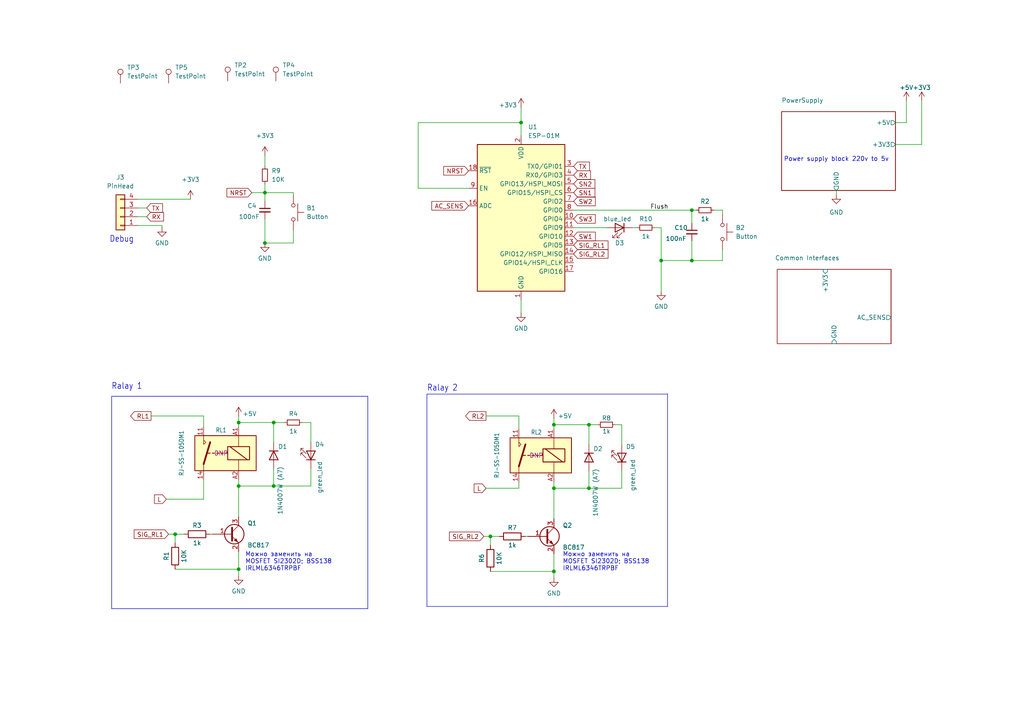
<source format=kicad_sch>
(kicad_sch (version 20231120) (generator "eeschema") (generator_version "8.0")
  (paper "A4")
  (title_block (title "Smart home relay board.") (date "2023-10-01") (rev "12") (company "Home"))
  (lib_symbols
    (symbol "Connector:TestPoint" (pin_numbers hide) (pin_names (offset 0.762) hide)
      (property "Reference" "TP" (at 0 6.858 0))
      (property "Value" "TestPoint" (at 0 5.08 0))
      (symbol "TestPoint_0_1"
        (circle (center 0 3.302) (radius 0.762))
      )
      (symbol "TestPoint_1_1"
        (pin passive line (at 0 0 90) (length 2.54) (name "1") (number "1"))
      )
    )
    (symbol "Connector_Generic:Conn_01x04" (pin_names (offset 1.016) hide)
      (property "Reference" "J" (at 0 5.08 0))
      (property "Value" "Conn_01x04" (at 0 -7.62 0))
      (symbol "Conn_01x04_1_1"
        (rectangle (start -1.27 -4.953) (end 0 -5.207) (stroke (width 0.1524)))
        (rectangle (start -1.27 -2.413) (end 0 -2.667) (stroke (width 0.1524)))
        (rectangle (start -1.27 0.127) (end 0 -0.127) (stroke (width 0.1524)))
        (rectangle (start -1.27 2.667) (end 0 2.413) (stroke (width 0.1524)))
        (rectangle (start -1.27 3.81) (end 1.27 -6.35) (stroke (width 0.254)) (fill (type background)))
        (pin passive line (at -5.08 2.54 0) (length 3.81) (name "Pin_1") (number "1"))
        (pin passive line (at -5.08 0 0) (length 3.81) (name "Pin_2") (number "2"))
        (pin passive line (at -5.08 -2.54 0) (length 3.81) (name "Pin_3") (number "3"))
        (pin passive line (at -5.08 -5.08 0) (length 3.81) (name "Pin_4") (number "4"))
      )
    )
    (symbol "Device:C_Small" (pin_numbers hide) (pin_names (offset 0.254) hide)
      (property "Reference" "C" (at 0.254 1.778 0))
      (property "Value" "C_Small" (at 0.254 -2.032 0))
      (symbol "C_Small_0_1"
        (polyline (pts (xy -1.524 -0.508) (xy 1.524 -0.508)) (stroke (width 0.3302)))
        (polyline (pts (xy -1.524 0.508) (xy 1.524 0.508)) (stroke (width 0.3048)))
      )
      (symbol "C_Small_1_1"
        (pin passive line (at 0 2.54 270) (length 2.032) (name "~") (number "1"))
        (pin passive line (at 0 -2.54 90) (length 2.032) (name "~") (number "2"))
      )
    )
    (symbol "Device:D" (pin_numbers hide) (pin_names (offset 1.016) hide)
      (property "Reference" "D" (at 0 2.54 0))
      (property "Value" "D" (at 0 -2.54 0))
      (symbol "D_0_1"
        (polyline (pts (xy -1.27 1.27) (xy -1.27 -1.27)) (stroke (width 0.254)))
        (polyline (pts (xy 1.27 0) (xy -1.27 0)))
        (polyline (pts (xy 1.27 1.27) (xy 1.27 -1.27) (xy -1.27 0) (xy 1.27 1.27)) (stroke (width 0.254)))
      )
      (symbol "D_1_1"
        (pin passive line (at -3.81 0 0) (length 2.54) (name "K") (number "1"))
        (pin passive line (at 3.81 0 180) (length 2.54) (name "A") (number "2"))
      )
    )
    (symbol "Device:R" (pin_numbers hide) (pin_names (offset 0))
      (property "Reference" "R" (at 2.032 0 90))
      (property "Value" "R" (at 0 0 90))
      (symbol "R_0_1"
        (rectangle (start -1.016 -2.54) (end 1.016 2.54) (stroke (width 0.254)))
      )
      (symbol "R_1_1"
        (pin passive line (at 0 3.81 270) (length 1.27) (name "~") (number "1"))
        (pin passive line (at 0 -3.81 90) (length 1.27) (name "~") (number "2"))
      )
    )
    (symbol "Device:R_Small" (pin_numbers hide) (pin_names (offset 0.254) hide)
      (property "Reference" "R" (at 0.762 0.508 0))
      (property "Value" "R_Small" (at 0.762 -1.016 0))
      (symbol "R_Small_0_1"
        (rectangle (start -0.762 1.778) (end 0.762 -1.778) (stroke (width 0.2032)))
      )
      (symbol "R_Small_1_1"
        (pin passive line (at 0 2.54 270) (length 0.762) (name "~") (number "1"))
        (pin passive line (at 0 -2.54 90) (length 0.762) (name "~") (number "2"))
      )
    )
    (symbol "Device_Local:LED" (pin_numbers hide) (pin_names (offset 1.016) hide)
      (property "Reference" "D" (at -0.635 4.445 0))
      (property "Value" "LED" (at 0 -2.54 0))
      (symbol "LED_0_1"
        (polyline (pts (xy -1.27 -1.27) (xy -1.27 1.27)) (stroke (width 0.254)))
        (polyline (pts (xy -1.27 0) (xy 1.27 0)))
        (polyline (pts (xy 1.27 -1.27) (xy 1.27 1.27) (xy -1.27 0) (xy 1.27 -1.27)) (stroke (width 0.254)))
        (polyline (pts (xy -0.762 1.397) (xy 0.762 2.921) (xy 0 2.921) (xy 0.762 2.921) (xy 0.762 2.159)))
        (polyline (pts (xy 0.508 1.397) (xy 2.032 2.921) (xy 1.27 2.921) (xy 2.032 2.921) (xy 2.032 2.159)))
      )
      (symbol "LED_1_1"
        (pin passive line (at -3.81 0 0) (length 2.54) (name "K") (number "1"))
        (pin passive line (at 3.81 0 180) (length 2.54) (name "A") (number "2"))
      )
    )
    (symbol "LED_1" (pin_numbers hide) (pin_names (offset 1.016) hide)
      (property "Reference" "D3" (at 0 4.445 0))
      (property "Value" "blue_led" (at 0.635 -2.54 0))
      (symbol "LED_1_0_1"
        (polyline (pts (xy -1.27 -1.27) (xy -1.27 1.27)) (stroke (width 0.254)))
        (polyline (pts (xy -1.27 0) (xy 1.27 0)))
        (polyline (pts (xy 1.27 -1.27) (xy 1.27 1.27) (xy -1.27 0) (xy 1.27 -1.27)) (stroke (width 0.254)))
        (polyline (pts (xy -0.762 1.397) (xy 0.762 2.921) (xy 0 2.921) (xy 0.762 2.921) (xy 0.762 2.159)))
        (polyline (pts (xy 0.508 1.397) (xy 2.032 2.921) (xy 1.27 2.921) (xy 2.032 2.921) (xy 2.032 2.159)))
      )
      (symbol "LED_1_1_1"
        (pin passive line (at -3.81 0 0) (length 2.54) (name "K") (number "1"))
        (pin passive line (at 3.81 0 180) (length 2.54) (name "A") (number "2"))
      )
    )
    (symbol "Relay_Local:RJ-SS-105DM1"
      (property "Reference" "K" (at 8.89 3.81 0))
      (property "Value" "RJ-SS-105DM1" (at 8.89 1.27 0))
      (symbol "RJ-SS-105DM1_0_0"
        (polyline (pts (xy 5.08 5.08) (xy 5.08 2.54) (xy 4.445 3.175) (xy 5.08 3.81)))
      )
      (symbol "RJ-SS-105DM1_0_1"
        (rectangle (start -10.16 5.08) (end 7.62 -5.08) (stroke (width 0.254)) (fill (type background)))
        (rectangle (start -8.255 1.905) (end -1.905 -1.905) (stroke (width 0.254)))
        (polyline (pts (xy -7.62 -1.905) (xy -2.54 1.905)) (stroke (width 0.254)))
        (polyline (pts (xy -5.08 -5.08) (xy -5.08 -1.905)))
        (polyline (pts (xy -5.08 5.08) (xy -5.08 1.905)))
        (polyline (pts (xy -1.905 0) (xy -1.27 0)) (stroke (width 0.254)))
        (polyline (pts (xy -0.635 0) (xy 0 0)) (stroke (width 0.254)))
        (polyline (pts (xy 0.635 0) (xy 1.27 0)) (stroke (width 0.254)))
        (polyline (pts (xy 1.905 0) (xy 2.54 0)) (stroke (width 0.254)))
        (polyline (pts (xy 3.175 0) (xy 3.81 0)) (stroke (width 0.254)))
        (polyline (pts (xy 5.08 -3.175) (xy 3.175 3.175)) (stroke (width 0.508)))
        (polyline (pts (xy 5.08 -3.175) (xy 5.08 -5.08)))
      )
      (symbol "RJ-SS-105DM1_1_1"
        (pin passive line (at 5.08 7.62 270) (length 2.54) (name "~") (number "11"))
        (pin passive line (at 5.08 -7.62 90) (length 2.54) (name "~") (number "14"))
        (pin passive line (at -5.08 7.62 270) (length 2.54) (name "~") (number "A1"))
        (pin passive line (at -5.08 -7.62 90) (length 2.54) (name "~") (number "A2"))
      )
    )
    (symbol "Switch:SW_Push" (pin_numbers hide) (pin_names (offset 1.016) hide)
      (property "Reference" "SW" (at 1.27 2.54 0))
      (property "Value" "SW_Push" (at 0 -1.524 0))
      (symbol "SW_Push_0_1"
        (circle (center -2.032 0) (radius 0.508))
        (polyline (pts (xy 0 1.27) (xy 0 3.048)))
        (polyline (pts (xy 2.54 1.27) (xy -2.54 1.27)))
        (circle (center 2.032 0) (radius 0.508))
        (pin passive line (at -5.08 0 0) (length 2.54) (name "1") (number "1"))
        (pin passive line (at 5.08 0 180) (length 2.54) (name "2") (number "2"))
      )
    )
    (symbol "Transistor_BJT:BC817" (pin_names (offset 0) hide)
      (property "Reference" "Q" (at 5.08 1.905 0))
      (property "Value" "BC817" (at 5.08 0 0))
      (symbol "BC817_0_1"
        (polyline (pts (xy 0.635 0.635) (xy 2.54 2.54)))
        (polyline (pts (xy 0.635 -0.635) (xy 2.54 -2.54) (xy 2.54 -2.54)))
        (polyline (pts (xy 0.635 1.905) (xy 0.635 -1.905) (xy 0.635 -1.905)) (stroke (width 0.508)))
        (polyline (pts (xy 1.27 -1.778) (xy 1.778 -1.27) (xy 2.286 -2.286) (xy 1.27 -1.778) (xy 1.27 -1.778)) (fill (type outline)))
        (circle (center 1.27 0) (radius 2.8194) (stroke (width 0.254)))
      )
      (symbol "BC817_1_1"
        (pin input line (at -5.08 0 0) (length 5.715) (name "B") (number "1"))
        (pin passive line (at 2.54 -5.08 90) (length 2.54) (name "E") (number "2"))
        (pin passive line (at 2.54 5.08 270) (length 2.54) (name "C") (number "3"))
      )
    )
    (symbol "WIFI_Module:ESP-01M"
      (property "Reference" "U" (at -12.065 24.765 0))
      (property "Value" "ESP-01M" (at 12.7 24.765 0))
      (symbol "ESP-01M_0_1"
        (rectangle (start -12.7 22.86) (end 12.7 -19.685) (stroke (width 0.254)) (fill (type background)))
      )
      (symbol "ESP-01M_1_1"
        (pin power_in line (at 0 -22.225 90) (length 2.54) (name "GND") (number "1"))
        (pin bidirectional line (at 15.24 1.27 180) (length 2.54) (name "GPIO4") (number "10"))
        (pin bidirectional line (at 15.24 -1.27 180) (length 2.54) (name "GPIO9") (number "11"))
        (pin bidirectional line (at 15.24 -3.81 180) (length 2.54) (name "GPIO10") (number "12"))
        (pin bidirectional line (at 15.24 -6.35 180) (length 2.54) (name "GPIO5") (number "13"))
        (pin bidirectional line (at 15.24 -8.89 180) (length 2.54) (name "GPIO12/HSPI_MISO") (number "14"))
        (pin bidirectional line (at 15.24 -11.43 180) (length 2.54) (name "GPIO14/HSPI_CLK") (number "15"))
        (pin input line (at -15.24 5.08 0) (length 2.54) (name "ADC") (number "16"))
        (pin bidirectional line (at 15.24 -13.97 180) (length 2.54) (name "GPIO16") (number "17"))
        (pin input line (at -15.24 15.24 0) (length 2.54) (name "~{RST}") (number "18"))
        (pin power_in line (at 0 25.4 270) (length 2.54) (name "VDD") (number "2"))
        (pin bidirectional line (at 15.24 16.51 180) (length 2.54) (name "TX0/GPI01") (number "3"))
        (pin bidirectional line (at 15.24 13.97 180) (length 2.54) (name "RX0/GPIO3") (number "4"))
        (pin bidirectional line (at 15.24 11.43 180) (length 2.54) (name "GPIO13/HSPI_MOSI") (number "5"))
        (pin bidirectional line (at 15.24 8.89 180) (length 2.54) (name "GPIO15/HSPI_CS") (number "6"))
        (pin bidirectional line (at 15.24 6.35 180) (length 2.54) (name "GPIO2") (number "7"))
        (pin bidirectional line (at 15.24 3.81 180) (length 2.54) (name "GPIO0") (number "8"))
        (pin input line (at -15.24 10.16 0) (length 2.54) (name "EN") (number "9"))
      )
    )
    (symbol "power:+3V3" (power) (pin_names (offset 0))
      (property "Value" "+3V3" (at 0 3.556 0))
      (symbol "+3V3_0_1"
        (polyline (pts (xy -0.762 1.27) (xy 0 2.54)))
        (polyline (pts (xy 0 0) (xy 0 2.54)))
        (polyline (pts (xy 0 2.54) (xy 0.762 1.27)))
      )
      (symbol "+3V3_1_1"
        (pin power_in line (at 0 0 90) (length 0) hide (name "+3V3") (number "1"))
      )
    )
    (symbol "power:+5V" (power) (pin_names (offset 0))
      (property "Value" "+5V" (at 0 3.556 0))
      (symbol "+5V_0_1"
        (polyline (pts (xy -0.762 1.27) (xy 0 2.54)))
        (polyline (pts (xy 0 0) (xy 0 2.54)))
        (polyline (pts (xy 0 2.54) (xy 0.762 1.27)))
      )
      (symbol "+5V_1_1"
        (pin power_in line (at 0 0 90) (length 0) hide (name "+5V") (number "1"))
      )
    )
    (symbol "power:GND" (power) (pin_names (offset 0))
      (property "Value" "GND" (at 0 -3.81 0))
      (symbol "GND_0_1"
        (polyline (pts (xy 0 0) (xy 0 -1.27) (xy 1.27 -1.27) (xy 0 -2.54) (xy -1.27 -1.27) (xy 0 -1.27)))
      )
      (symbol "GND_1_1"
        (pin power_in line (at 0 0 270) (length 0) hide (name "GND") (number "1"))
      )
    )
  )
  (junction (at 79.375 140.97))
  (junction (at 170.815 141.605))
  (junction (at 50.8 154.94))
  (junction (at 200.66 75.565))
  (junction (at 79.375 122.555))
  (junction (at 69.215 122.555))
  (junction (at 151.13 35.56))
  (junction (at 142.24 155.575))
  (junction (at 69.215 165.1))
  (junction (at 69.215 140.97))
  (junction (at 160.655 165.735))
  (junction (at 170.815 123.19))
  (junction (at 76.835 70.485))
  (junction (at 200.66 60.96))
  (junction (at 76.835 55.88))
  (junction (at 160.655 141.605))
  (junction (at 191.77 75.565))
  (junction (at 160.655 123.19))
  (wire (pts (xy 69.215 122.555) (xy 79.375 122.555)))
  (wire (pts (xy 160.655 123.19) (xy 160.655 124.46)))
  (wire (pts (xy 79.375 140.97) (xy 79.375 135.89)))
  (wire (pts (xy 160.655 139.7) (xy 160.655 141.605)))
  (polyline (pts (xy 106.68 114.935) (xy 106.68 176.53)))
  (wire (pts (xy 59.055 120.65) (xy 59.055 123.825)))
  (wire (pts (xy 140.335 155.575) (xy 142.24 155.575)))
  (wire (pts (xy 121.285 35.56) (xy 121.285 54.61)))
  (wire (pts (xy 90.17 122.555) (xy 90.17 128.27)))
  (wire (pts (xy 85.09 66.675) (xy 85.09 70.485)))
  (wire (pts (xy 85.09 55.88) (xy 85.09 56.515)))
  (wire (pts (xy 140.97 141.605) (xy 150.495 141.605)))
  (wire (pts (xy 76.835 53.34) (xy 76.835 55.88)))
  (wire (pts (xy 180.34 136.525) (xy 180.34 141.605)))
  (wire (pts (xy 170.815 141.605) (xy 170.815 136.525)))
  (wire (pts (xy 79.375 140.97) (xy 90.17 140.97)))
  (wire (pts (xy 191.77 66.04) (xy 191.77 75.565)))
  (wire (pts (xy 160.655 121.285) (xy 160.655 123.19)))
  (wire (pts (xy 48.26 144.78) (xy 59.055 144.78)))
  (wire (pts (xy 160.655 141.605) (xy 160.655 150.495)))
  (wire (pts (xy 69.215 122.555) (xy 69.215 123.825)))
  (wire (pts (xy 151.13 35.56) (xy 151.13 39.37)))
  (wire (pts (xy 76.835 45.085) (xy 76.835 48.26)))
  (wire (pts (xy 40.005 60.325) (xy 42.545 60.325)))
  (polyline (pts (xy 32.385 114.935) (xy 106.68 114.935)))
  (wire (pts (xy 76.835 55.88) (xy 76.835 58.42)))
  (wire (pts (xy 160.655 167.64) (xy 160.655 165.735)))
  (wire (pts (xy 150.495 120.65) (xy 150.495 124.46)))
  (wire (pts (xy 142.24 155.575) (xy 142.24 158.115)))
  (wire (pts (xy 90.17 140.97) (xy 90.17 135.89)))
  (wire (pts (xy 200.66 60.96) (xy 201.93 60.96)))
  (wire (pts (xy 46.99 65.405) (xy 46.99 66.04)))
  (wire (pts (xy 170.815 123.19) (xy 170.815 128.905)))
  (wire (pts (xy 200.66 75.565) (xy 209.55 75.565)))
  (wire (pts (xy 69.215 140.97) (xy 79.375 140.97)))
  (wire (pts (xy 267.335 29.21) (xy 267.335 41.91)))
  (wire (pts (xy 69.215 139.065) (xy 69.215 140.97)))
  (wire (pts (xy 160.655 160.655) (xy 160.655 165.735)))
  (wire (pts (xy 48.895 154.94) (xy 50.8 154.94)))
  (wire (pts (xy 50.8 165.1) (xy 69.215 165.1)))
  (wire (pts (xy 200.66 60.96) (xy 200.66 64.77)))
  (wire (pts (xy 142.24 165.735) (xy 160.655 165.735)))
  (wire (pts (xy 73.025 55.88) (xy 76.835 55.88)))
  (wire (pts (xy 140.97 120.65) (xy 150.495 120.65)))
  (wire (pts (xy 209.55 72.39) (xy 209.55 75.565)))
  (wire (pts (xy 40.005 65.405) (xy 46.99 65.405)))
  (wire (pts (xy 69.215 167.005) (xy 69.215 165.1)))
  (wire (pts (xy 209.55 60.96) (xy 209.55 62.23)))
  (polyline (pts (xy 123.895 114.3) (xy 193.675 114.3)))
  (wire (pts (xy 50.8 154.94) (xy 53.34 154.94)))
  (wire (pts (xy 76.835 63.5) (xy 76.835 70.485)))
  (wire (pts (xy 79.375 122.555) (xy 82.55 122.555)))
  (polyline (pts (xy 123.825 175.895) (xy 123.825 114.3)))
  (wire (pts (xy 87.63 122.555) (xy 90.17 122.555)))
  (wire (pts (xy 142.24 155.575) (xy 144.78 155.575)))
  (wire (pts (xy 180.34 123.19) (xy 180.34 128.905)))
  (wire (pts (xy 191.77 75.565) (xy 200.66 75.565)))
  (wire (pts (xy 150.495 141.605) (xy 150.495 139.7)))
  (polyline (pts (xy 106.68 176.53) (xy 32.385 176.53)))
  (wire (pts (xy 151.13 31.115) (xy 151.13 35.56)))
  (wire (pts (xy 160.655 141.605) (xy 170.815 141.605)))
  (wire (pts (xy 151.13 86.995) (xy 151.13 90.805)))
  (wire (pts (xy 189.865 66.04) (xy 191.77 66.04)))
  (wire (pts (xy 40.005 62.865) (xy 42.545 62.865)))
  (wire (pts (xy 262.89 35.56) (xy 259.715 35.56)))
  (wire (pts (xy 69.215 140.97) (xy 69.215 149.86)))
  (wire (pts (xy 121.285 54.61) (xy 135.89 54.61)))
  (wire (pts (xy 76.835 70.485) (xy 85.09 70.485)))
  (wire (pts (xy 79.375 122.555) (xy 79.375 128.27)))
  (polyline (pts (xy 193.605 114.3) (xy 193.605 175.895)))
  (polyline (pts (xy 193.605 175.895) (xy 123.825 175.895)))
  (wire (pts (xy 200.66 69.85) (xy 200.66 75.565)))
  (wire (pts (xy 76.835 55.88) (xy 85.09 55.88)))
  (wire (pts (xy 262.89 35.56) (xy 262.89 29.21)))
  (wire (pts (xy 166.37 66.04) (xy 175.895 66.04)))
  (wire (pts (xy 166.37 60.96) (xy 200.66 60.96)))
  (wire (pts (xy 184.785 66.04) (xy 183.515 66.04)))
  (wire (pts (xy 160.655 123.19) (xy 170.815 123.19)))
  (wire (pts (xy 60.96 154.94) (xy 61.595 154.94)))
  (wire (pts (xy 50.8 154.94) (xy 50.8 157.48)))
  (wire (pts (xy 191.77 84.455) (xy 191.77 75.565)))
  (wire (pts (xy 59.055 139.065) (xy 59.055 144.78)))
  (wire (pts (xy 40.005 57.785) (xy 55.245 57.785)))
  (wire (pts (xy 151.13 35.56) (xy 121.285 35.56)))
  (wire (pts (xy 267.335 41.91) (xy 259.715 41.91)))
  (wire (pts (xy 170.815 123.19) (xy 173.355 123.19)))
  (polyline (pts (xy 32.385 176.53) (xy 32.385 114.935)))
  (wire (pts (xy 69.215 120.65) (xy 69.215 122.555)))
  (wire (pts (xy 207.01 60.96) (xy 209.55 60.96)))
  (wire (pts (xy 242.57 55.245) (xy 242.57 56.515)))
  (wire (pts (xy 152.4 155.575) (xy 153.035 155.575)))
  (wire (pts (xy 180.34 141.605) (xy 170.815 141.605)))
  (wire (pts (xy 43.815 120.65) (xy 59.055 120.65)))
  (wire (pts (xy 178.435 123.19) (xy 180.34 123.19)))
  (wire (pts (xy 69.215 160.02) (xy 69.215 165.1)))
  (text "Power supply block 220v to 5v " (at 227.33 46.99 0) (effects (font (size 1.27 1.27)) (justify left bottom)))
  (text "Можно заменить на \nMOSFET SI2302D; BSS138\nIRLML6346TRPBF" (at 71.12 165.735 0) (effects (font (size 1.27 1.27)) (justify left bottom)))
  (text "Debug" (at 31.75 70.485 0) (effects (font (size 1.778 1.5113)) (justify left bottom)))
  (text "Ralay 2" (at 123.825 113.665 0) (effects (font (size 1.778 1.5113)) (justify left bottom)))
  (text "Можно заменить на \nMOSFET SI2302D; BSS138\nIRLML6346TRPBF" (at 163.195 165.735 0) (effects (font (size 1.27 1.27)) (justify left bottom)))
  (text "Ralay 1" (at 32.315 113.15 0) (effects (font (size 1.778 1.5113)) (justify left bottom)))
  (label "Flush" (at 188.595 60.96 0))
  (global_label "L" (shape input) (at 48.26 144.78 180) (property "Intersheetrefs" "${INTERSHEET_REFS}" (effects (hide yes))))
  (global_label "SIG_RL1" (shape input) (at 48.895 154.94 180) (property "Intersheetrefs" "${INTERSHEET_REFS}" (effects (hide yes))))
  (global_label "SIG_RL2" (shape input) (at 166.37 73.66 0) (property "Intersheetrefs" "${INTERSHEET_REFS}" (effects (hide yes))))
  (global_label "SIG_RL1" (shape input) (at 166.37 71.12 0) (property "Intersheetrefs" "${INTERSHEET_REFS}" (effects (hide yes))))
  (global_label "RL1" (shape output) (at 43.815 120.65 180) (property "Intersheetrefs" "${INTERSHEET_REFS}" (effects (hide yes))))
  (global_label "SW1" (shape input) (at 166.37 68.58 0) (property "Intersheetrefs" "${INTERSHEET_REFS}" (effects (hide yes))))
  (global_label "SW2" (shape input) (at 166.37 58.42 0) (property "Intersheetrefs" "${INTERSHEET_REFS}" (effects (hide yes))))
  (global_label "SN1" (shape input) (at 166.37 55.88 0) (property "Intersheetrefs" "${INTERSHEET_REFS}" (effects (hide yes))))
  (global_label "SW3" (shape input) (at 166.37 63.5 0) (property "Intersheetrefs" "${INTERSHEET_REFS}" (effects (hide yes))))
  (global_label "SIG_RL2" (shape input) (at 140.335 155.575 180) (property "Intersheetrefs" "${INTERSHEET_REFS}" (effects (hide yes))))
  (global_label "TX" (shape input) (at 166.37 48.26 0) (property "Intersheetrefs" "${INTERSHEET_REFS}" (effects (hide yes))))
  (global_label "AC_SENS" (shape input) (at 135.89 59.69 180) (property "Intersheetrefs" "${INTERSHEET_REFS}" (effects (hide yes))))
  (global_label "NRST" (shape input) (at 73.025 55.88 180) (property "Intersheetrefs" "${INTERSHEET_REFS}" (effects (hide yes))))
  (global_label "RX" (shape input) (at 166.37 50.8 0) (property "Intersheetrefs" "${INTERSHEET_REFS}" (effects (hide yes))))
  (global_label "NRST" (shape input) (at 135.89 49.53 180) (property "Intersheetrefs" "${INTERSHEET_REFS}" (effects (hide yes))))
  (global_label "RX" (shape input) (at 42.545 62.865 0) (property "Intersheetrefs" "${INTERSHEET_REFS}" (effects (hide yes))))
  (global_label "SN2" (shape input) (at 166.37 53.34 0) (property "Intersheetrefs" "${INTERSHEET_REFS}" (effects (hide yes))))
  (global_label "RL2" (shape output) (at 140.97 120.65 180) (property "Intersheetrefs" "${INTERSHEET_REFS}" (effects (hide yes))))
  (global_label "TX" (shape input) (at 42.545 60.325 0) (property "Intersheetrefs" "${INTERSHEET_REFS}" (effects (hide yes))))
  (global_label "L" (shape input) (at 140.97 141.605 180) (property "Intersheetrefs" "${INTERSHEET_REFS}" (effects (hide yes))))
  (symbol (lib_id "Device:R") (at 50.8 161.29 180) (unit 1)
    (property "Reference" "R1" (at 48.26 161.29 90))
    (property "Value" "10K" (at 53.34 161.29 90))
    (property "Footprint" "Resistor_SMD:R_0603_1608Metric_Pad0.98x0.95mm_HandSolder" (effects (hide yes)))
  )
  (symbol (lib_id "power:GND") (at 242.57 56.515 0) (unit 1)
    (property "Reference" "#PWR020" (effects (hide yes)))
    (property "Value" "GND" (at 242.57 61.595 0))
  )
  (symbol (lib_id "power:+5V") (at 69.215 120.65 0) (unit 1)
    (property "Reference" "#PWR05" (effects (hide yes)))
    (property "Value" "+5V" (at 72.39 120.015 0))
  )
  (symbol (lib_id "power:+3V3") (at 151.13 31.115 0) (unit 1)
    (property "Reference" "#PWR015" (effects (hide yes)))
    (property "Value" "+3V3" (at 147.32 30.48 0))
  )
  (symbol (lib_id "power:GND") (at 151.13 90.805 0) (unit 1)
    (property "Reference" "#PWR014" (effects (hide yes)))
    (property "Value" "GND" (at 151.13 95.25 0))
  )
  (symbol (lib_id "power:GND") (at 160.655 167.64 0) (unit 1)
    (property "Reference" "#PWR012" (effects (hide yes)))
    (property "Value" "GND" (at 160.655 172.085 0))
  )
  (symbol (lib_id "WIFI_Module:ESP-01M") (at 151.13 64.77 0) (unit 1)
    (property "Reference" "U1" (at 153.1494 36.83 0) (effects (justify left)))
    (property "Value" "ESP-01M" (at 153.1494 39.37 0) (effects (justify left)))
    (property "Footprint" "WIFI_Module:ESP-01M" (effects (hide yes)))
    (property "Datasheet" "https://docs.ai-thinker.com/_media/esp8266/docs/esp-01m_product_specification_en.pdf" (effects (hide yes)))
    (property "descr" "DNP" (effects (hide yes)))
  )
  (symbol (lib_id "Relay_Local:RJ-SS-105DM1") (at 64.135 131.445 0) (mirror y) (unit 1)
    (property "Reference" "RL1" (at 64.135 125.445 0) (effects (font (size 1.27 1.0795)) (justify bottom)))
    (property "Value" "RJ-SS-105DM1" (at 53.34 131.445 90) (effects (font (size 1.27 1.0795)) (justify top)))
    (property "Footprint" "Relay_THT_Local:RJ-SS-105DM1" (effects (hide yes)))
    (property "Datasheet" "https://datasheet.lcsc.com/lcsc/2009171003_WRG-Wangrong-RJ-SS-105LM_C358576.pdf" (effects (hide yes)))
    (property "Description" "Wangrong Micro relay DIP reed relay, SPST, 5A, 220V" (effects (hide yes)))
    (property "descr" "DNP" (at 64.135 131.445 0))
  )
  (symbol (lib_id "Device:R") (at 142.24 161.925 180) (unit 1)
    (property "Reference" "R6" (at 139.7 161.925 90))
    (property "Value" "10K" (at 144.78 161.925 90))
    (property "Footprint" "Resistor_SMD:R_0603_1608Metric_Pad0.98x0.95mm_HandSolder" (effects (hide yes)))
  )
  (symbol (lib_id "Device:D") (at 79.375 132.08 270) (unit 1)
    (property "Reference" "D1" (at 80.645 129.54 90) (effects (justify left)))
    (property "Value" "1N4007W (A7)" (at 81.28 135.255 0) (effects (justify left)))
    (property "Footprint" "Diode_SMD:D_SOD-123F" (effects (hide yes)))
  )
  (symbol (lib_id "Connector:TestPoint") (at 66.04 23.495 0) (unit 1)
    (property "Reference" "TP2" (at 67.945 18.9229 0) (effects (justify left)))
    (property "Value" "TestPoint" (at 67.945 21.4629 0) (effects (justify left)))
    (property "Footprint" "TestPoint:TestPoint_THTPad_D2.0mm_Drill1.0mm" (effects (hide yes)))
    (property "descr" "DNP" (effects (hide yes)))
  )
  (symbol (lib_id "Device:R_Small") (at 187.325 66.04 90) (unit 1)
    (property "Reference" "R10" (at 187.325 63.5 90))
    (property "Value" "1k" (at 187.325 68.58 90))
    (property "Footprint" "Resistor_SMD:R_0603_1608Metric_Pad0.98x0.95mm_HandSolder" (effects (hide yes)))
  )
  (symbol (lib_id "Device:R_Small") (at 204.47 60.96 90) (unit 1)
    (property "Reference" "R2" (at 204.47 58.42 90))
    (property "Value" "1k" (at 204.47 63.5 90))
    (property "Footprint" "Resistor_SMD:R_0603_1608Metric_Pad0.98x0.95mm_HandSolder" (effects (hide yes)))
  )
  (symbol (lib_id "power:GND") (at 191.77 84.455 0) (unit 1)
    (property "Reference" "#PWR023" (effects (hide yes)))
    (property "Value" "GND" (at 191.77 88.9 0))
  )
  (symbol (lib_id "power:+3V3") (at 76.835 45.085 0) (unit 1)
    (property "Reference" "#PWR016" (effects (hide yes)))
    (property "Value" "+3V3" (at 76.835 39.37 0))
  )
  (symbol (lib_id "power:+3V3") (at 55.245 57.785 0) (unit 1)
    (property "Reference" "#PWR09" (effects (hide yes)))
    (property "Value" "+3V3" (at 55.245 52.07 0))
  )
  (symbol (lib_id "power:+5V") (at 160.655 121.285 0) (unit 1)
    (property "Reference" "#PWR011" (effects (hide yes)))
    (property "Value" "+5V" (at 163.83 120.65 0))
  )
  (symbol (lib_id "Relay_Local:RJ-SS-105DM1") (at 155.575 132.08 0) (mirror y) (unit 1)
    (property "Reference" "RL2" (at 155.575 126.08 0) (effects (font (size 1.27 1.0795)) (justify bottom)))
    (property "Value" "RJ-SS-105DM1" (at 144.78 132.08 90) (effects (font (size 1.27 1.0795)) (justify top)))
    (property "Footprint" "Relay_THT_Local:RJ-SS-105DM1" (effects (hide yes)))
    (property "Datasheet" "https://datasheet.lcsc.com/lcsc/2009171003_WRG-Wangrong-RJ-SS-105LM_C358576.pdf" (effects (hide yes)))
    (property "Description" "Wangrong Micro relay DIP reed relay, SPST, 5A, 220V" (effects (hide yes)))
    (property "descr" "DNP" (at 155.575 132.08 0))
  )
  (symbol (lib_id "power:+3V3") (at 267.335 29.21 0) (unit 1)
    (property "Reference" "#PWR022" (effects (hide yes)))
    (property "Value" "+3V3" (at 267.335 25.4 0))
  )
  (symbol (lib_id "Device:R_Small") (at 76.835 50.8 180) (unit 1)
    (property "Reference" "R9" (at 78.74 49.5299 0) (effects (justify right)))
    (property "Value" "10K" (at 78.74 52.0699 0) (effects (justify right)))
    (property "Footprint" "Resistor_SMD:R_0603_1608Metric_Pad0.98x0.95mm_HandSolder" (effects (hide yes)))
  )
  (symbol (lib_id "Transistor_BJT:BC817") (at 66.675 154.94 0) (unit 1)
    (property "Reference" "Q1" (at 71.755 151.765 0) (effects (justify left)))
    (property "Value" "BC817" (at 71.755 158.115 0) (effects (justify left)))
    (property "Footprint" "Package_TO_SOT_SMD:SOT-23" (effects (hide yes)))
    (property "Datasheet" "https://www.onsemi.com/pub/Collateral/BC818-D.pdf" (effects (hide yes)))
  )
  (symbol (lib_id "Device:D") (at 170.815 132.715 270) (unit 1)
    (property "Reference" "D2" (at 172.085 130.175 90) (effects (justify left)))
    (property "Value" "1N4007W (A7)" (at 172.72 135.89 0) (effects (justify left)))
    (property "Footprint" "Diode_SMD:D_SOD-123F" (effects (hide yes)))
  )
  (symbol (lib_id "Connector:TestPoint") (at 48.895 24.13 0) (unit 1)
    (property "Reference" "TP5" (at 50.8 19.5579 0) (effects (justify left)))
    (property "Value" "TestPoint" (at 50.8 22.0979 0) (effects (justify left)))
    (property "Footprint" "TestPoint:TestPoint_THTPad_D2.0mm_Drill1.0mm" (effects (hide yes)))
    (property "descr" "DNP" (effects (hide yes)))
  )
  (symbol (lib_id "Device_Local:LED") (at 90.17 132.08 90) (unit 1)
    (property "Reference" "D4" (at 92.71 128.905 90))
    (property "Value" "green_led" (at 92.71 138.43 0))
    (property "Footprint" "LED_SMD:LED_0603_1608Metric_Pad1.05x0.95mm_HandSolder" (effects (hide yes)))
  )
  (symbol (lib_id "Device:R_Small") (at 85.09 122.555 90) (unit 1)
    (property "Reference" "R4" (at 85.09 120.015 90))
    (property "Value" "1k" (at 85.09 125.095 90))
    (property "Footprint" "Resistor_SMD:R_0603_1608Metric_Pad0.98x0.95mm_HandSolder" (effects (hide yes)))
  )
  (symbol (lib_id "power:+5V") (at 262.89 29.21 0) (unit 1)
    (property "Reference" "#PWR019" (effects (hide yes)))
    (property "Value" "+5V" (at 262.89 25.4 0))
  )
  (symbol (lib_id "Transistor_BJT:BC817") (at 158.115 155.575 0) (unit 1)
    (property "Reference" "Q2" (at 163.195 152.4 0) (effects (justify left)))
    (property "Value" "BC817" (at 163.195 158.75 0) (effects (justify left)))
    (property "Footprint" "Package_TO_SOT_SMD:SOT-23" (effects (hide yes)))
    (property "Datasheet" "https://www.onsemi.com/pub/Collateral/BC818-D.pdf" (effects (hide yes)))
  )
  (symbol (lib_id "Device:C_Small") (at 76.835 60.96 0) (unit 1)
    (property "Reference" "C4" (at 71.755 59.69 0) (effects (justify left)))
    (property "Value" "100nF" (at 69.215 62.865 0) (effects (justify left)))
    (property "Footprint" "Capacitor_SMD:C_0805_2012Metric" (effects (hide yes)))
    (property "comments" "6v" (effects (hide yes)))
  )
  (symbol (lib_id "power:GND") (at 69.215 167.005 0) (unit 1)
    (property "Reference" "#PWR06" (effects (hide yes)))
    (property "Value" "GND" (at 69.215 171.45 0))
  )
  (symbol (lib_name "LED_1") (lib_id "Device_Local:LED") (at 179.705 66.04 180) (unit 1)
    (property "Reference" "D3" (at 179.705 70.485 0))
    (property "Value" "blue_led" (at 179.07 63.5 0))
    (property "Footprint" "LED_SMD:LED_0603_1608Metric_Pad1.05x0.95mm_HandSolder" (effects (hide yes)))
  )
  (symbol (lib_id "Connector:TestPoint") (at 80.01 23.495 0) (unit 1)
    (property "Reference" "TP4" (at 81.915 18.9229 0) (effects (justify left)))
    (property "Value" "TestPoint" (at 81.915 21.4629 0) (effects (justify left)))
    (property "Footprint" "TestPoint:TestPoint_THTPad_D2.0mm_Drill1.0mm" (effects (hide yes)))
    (property "descr" "DNP" (effects (hide yes)))
  )
  (symbol (lib_id "power:GND") (at 46.99 66.04 0) (unit 1)
    (property "Reference" "#PWR08" (effects (hide yes)))
    (property "Value" "GND" (at 46.99 70.485 0))
  )
  (symbol (lib_id "Device:R_Small") (at 175.895 123.19 90) (unit 1)
    (property "Reference" "R8" (at 175.895 121.285 90))
    (property "Value" "1k" (at 175.895 125.095 90))
    (property "Footprint" "Resistor_SMD:R_0603_1608Metric_Pad0.98x0.95mm_HandSolder" (effects (hide yes)))
  )
  (symbol (lib_id "Switch:SW_Push") (at 85.09 61.595 270) (unit 1)
    (property "Reference" "B1" (at 88.9 60.3249 90) (effects (justify left)))
    (property "Value" "Button" (at 88.9 62.8649 90) (effects (justify left)))
    (property "Footprint" "Button_switch_SMD_Local:SW_Push_SPST_NO_Alps_SKRK_HandSoldering" (effects (hide yes)))
    (property "comments" "SMD Btn 3*4*2 мм" (effects (hide yes)))
  )
  (symbol (lib_id "Device:C_Small") (at 200.66 67.31 0) (unit 1)
    (property "Reference" "C10" (at 195.58 66.04 0) (effects (justify left)))
    (property "Value" "100nF" (at 193.04 69.215 0) (effects (justify left)))
    (property "Footprint" "Capacitor_SMD:C_0805_2012Metric" (effects (hide yes)))
    (property "comments" "6v" (effects (hide yes)))
  )
  (symbol (lib_id "Switch:SW_Push") (at 209.55 67.31 270) (unit 1)
    (property "Reference" "B2" (at 213.36 66.04 90) (effects (justify left)))
    (property "Value" "Button" (at 213.36 68.58 90) (effects (justify left)))
    (property "Footprint" "Button_switch_SMD_Local:SW_Push_SPST_NO_Alps_SKRK_HandSoldering" (effects (hide yes)))
    (property "comments" "SMD Btn 3*4*2 мм" (effects (hide yes)))
  )
  (symbol (lib_id "Device_Local:LED") (at 180.34 132.715 90) (unit 1)
    (property "Reference" "D5" (at 182.88 129.54 90))
    (property "Value" "green_led" (at 183.515 137.795 0))
    (property "Footprint" "LED_SMD:LED_0603_1608Metric_Pad1.05x0.95mm_HandSolder" (effects (hide yes)))
  )
  (symbol (lib_id "Device:R") (at 57.15 154.94 90) (unit 1)
    (property "Reference" "R3" (at 57.15 152.4 90))
    (property "Value" "1k" (at 57.15 157.48 90))
    (property "Footprint" "Resistor_SMD:R_0603_1608Metric_Pad0.98x0.95mm_HandSolder" (effects (hide yes)))
  )
  (symbol (lib_id "power:GND") (at 76.835 70.485 0) (unit 1)
    (property "Reference" "#PWR017" (effects (hide yes)))
    (property "Value" "GND" (at 76.835 74.93 0))
  )
  (symbol (lib_id "Connector_Generic:Conn_01x04") (at 34.925 62.865 180) (unit 1)
    (property "Reference" "J3" (at 34.925 51.435 0))
    (property "Value" "PinHead" (at 34.925 53.975 0))
    (property "Footprint" "Connector_PinHeader_2.54mm:PinHeader_1x04_P2.54mm_Vertical" (effects (hide yes)))
    (property "Description" "Dupont 2.54 male" (effects (hide yes)))
    (property "descr" "DNP" (effects (hide yes)))
  )
  (symbol (lib_id "Device:R") (at 148.59 155.575 90) (unit 1)
    (property "Reference" "R7" (at 148.59 153.035 90))
    (property "Value" "1k" (at 148.59 158.115 90))
    (property "Footprint" "Resistor_SMD:R_0603_1608Metric_Pad0.98x0.95mm_HandSolder" (effects (hide yes)))
  )
  (symbol (lib_id "Connector:TestPoint") (at 34.925 24.13 0) (unit 1)
    (property "Reference" "TP3" (at 36.83 19.5579 0) (effects (justify left)))
    (property "Value" "TestPoint" (at 36.83 22.0979 0) (effects (justify left)))
    (property "Footprint" "TestPoint:TestPoint_THTPad_D2.0mm_Drill1.0mm" (effects (hide yes)))
    (property "descr" "DNP" (effects (hide yes)))
  )
  (sheet (at 225.425 78.105) (size 33.02 21.59) (stroke (width 0.1524))
    (property "Sheetname" "Common Interfaces" (at 224.79 75.565 0) (effects (justify left bottom)))
    (property "Sheetfile" "ExtConnectors.kicad_sch" (effects (hide yes)))
    (pin "GND" input (at 241.935 99.695 270))
    (pin "AC_SENS" output (at 258.445 92.075 0))
    (pin "+3V3" input (at 239.395 78.105 90))
  )
  (sheet (at 226.695 32.385) (size 33.02 22.86) (stroke (width 0.1524))
    (property "Sheetname" "PowerSupply" (at 226.695 29.845 0) (effects (justify left bottom)))
    (property "Sheetfile" "PowerSupply.kicad_sch" (effects (hide yes)))
    (pin "+5V" output (at 259.715 35.56 0))
    (pin "GND" output (at 242.57 55.245 270))
    (pin "+3V3" output (at 259.715 41.91 0))
  )
)
</source>
